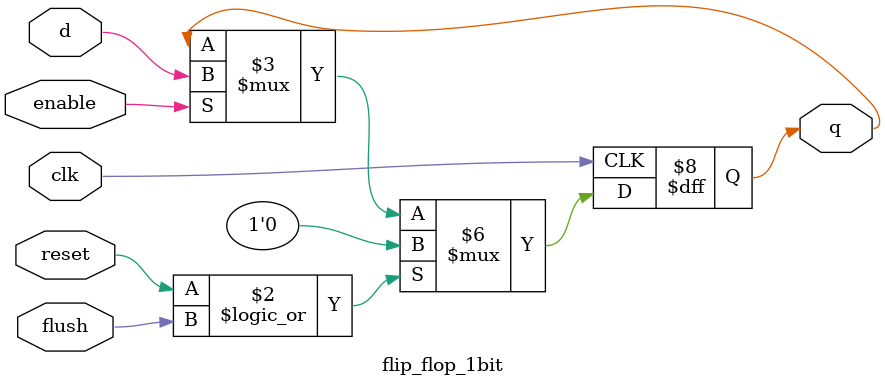
<source format=sv>
module flip_flop_1bit (
    input  logic clk,
    reset,
    enable,
    flush,
    input  logic d,
    output logic q
);
  always_ff @(posedge clk) begin
    if (reset || flush) begin
      q <= 0;
    end else if (enable) begin
      q <= d;
    end
  end
endmodule


</source>
